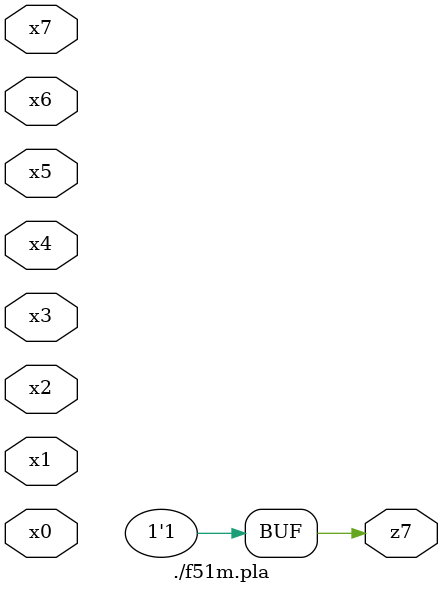
<source format=v>

module \./f51m.pla  ( 
    x0, x1, x2, x3, x4, x5, x6, x7,
    z7  );
  input  x0, x1, x2, x3, x4, x5, x6, x7;
  output z7;
  assign z7 = 1'b1;
endmodule



</source>
